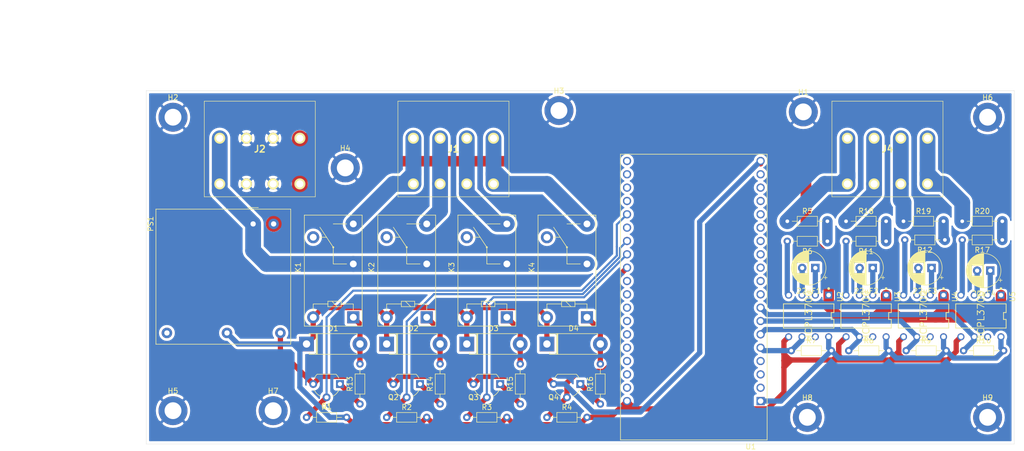
<source format=kicad_pcb>
(kicad_pcb (version 20171130) (host pcbnew "(5.1.6)-1")
  (layers (0 F.Cu signal) (31 B.Cu signal) (34 B.Paste user) (35 F.Paste user) (36 B.SilkS user) (37 F.SilkS user) (38 B.Mask user) (39 F.Mask user) (44 Edge.Cuts user))
  (net 0 "")
  (net 1 "Net-(D1-Pad2)")
  (net 2 "Net-(D2-Pad2)")
  (net 3 5VGND)
  (net 4 "Net-(D3-Pad2)")
  (net 5 "Net-(D4-Pad2)")
  (net 6 "220VAC(L)")
  (net 7 "220VAC(N)")
  (net 8 5V+)
  (net 9 "Net-(Q1-Pad1)")
  (net 10 "Net-(Q2-Pad1)")
  (net 11 "Net-(Q3-Pad1)")
  (net 12 "Net-(Q4-Pad1)")
  (net 13 "Net-(R5-Pad2)")
  (net 14 "Net-(R6-Pad2)")
  (net 15 3.3V+)
  (net 16 "Net-(Q1-Pad2)")
  (net 17 "Net-(Q2-Pad2)")
  (net 18 "Net-(Q3-Pad2)")
  (net 19 "Net-(Q4-Pad2)")
  (net 20 Earth)
  (net 21 Sens4)
  (net 22 Sens3)
  (net 23 Sens2)
  (net 24 Sens1)
  (net 25 REO4)
  (net 26 REO3)
  (net 27 REO2)
  (net 28 REO1)
  (net 29 "Net-(R17-Pad2)")
  (net 30 GPIO34)
  (net 31 GPIO35)
  (net 32 GPIO32)
  (net 33 GPIO33)
  (net 34 "Net-(22uF1-Pad2)")
  (net 35 "Net-(22uF1-Pad1)")
  (net 36 "Net-(22uF2-Pad2)")
  (net 37 "Net-(22uF2-Pad1)")
  (net 38 "Net-(22uF3-Pad2)")
  (net 39 "Net-(22uF3-Pad1)")
  (net 40 "Net-(22uF4-Pad2)")
  (net 41 "Net-(22uF4-Pad1)")
  (net 42 "Net-(K1-Pad4)")
  (net 43 "Net-(K2-Pad4)")
  (net 44 "Net-(K3-Pad4)")
  (net 45 "Net-(K4-Pad4)")
  (net 46 "Net-(PS1-Pad3)")
  (net 47 "Net-(R11-Pad2)")
  (net 48 "Net-(R11-Pad1)")
  (net 49 "Net-(R12-Pad2)")
  (net 50 "Net-(R12-Pad1)")
  (net 51 "Net-(R17-Pad1)")
  (net 52 "Net-(U1-Pad38)")
  (net 53 "Net-(U1-Pad37)")
  (net 54 "Net-(U1-Pad36)")
  (net 55 "Net-(U1-Pad35)")
  (net 56 "Net-(U1-Pad33)")
  (net 57 "Net-(U1-Pad29)")
  (net 58 "Net-(U1-Pad28)")
  (net 59 "Net-(U1-Pad27)")
  (net 60 "Net-(U1-Pad26)")
  (net 61 "Net-(U1-Pad25)")
  (net 62 "Net-(U1-Pad24)")
  (net 63 "Net-(U1-Pad23)")
  (net 64 "Net-(U1-Pad22)")
  (net 65 "Net-(U1-Pad21)")
  (net 66 "Net-(U1-Pad18)")
  (net 67 "Net-(U1-Pad17)")
  (net 68 "Net-(U1-Pad16)")
  (net 69 "Net-(U1-Pad15)")
  (net 70 "Net-(U1-Pad14)")
  (net 71 "Net-(U1-Pad13)")
  (net 72 "Net-(U1-Pad12)")
  (net 73 "Net-(U1-Pad11)")
  (net 74 "Net-(U1-Pad10)")
  (net 75 "Net-(U1-Pad9)")
  (net 76 "Net-(U1-Pad4)")
  (net 77 "Net-(U1-Pad3)")
  (net 78 "Net-(U1-Pad2)")
  (net 79 "Net-(U2-Pad7)")
  (net 80 "Net-(U3-Pad7)")
  (net 81 "Net-(U4-Pad7)")
  (net 82 "Net-(U5-Pad7)")
  (module Relay_THT:Relay_SPDT_Omron-G5Q-1 (layer F.Cu) (at 60.96 59.69 90)
    (fp_text reference K1 (at 9.5 -10.5 270) (layer F.SilkS))
    (fp_text value G5Q-1)
    (pad 5 thru_hole circle (at 0 -7.62 270) (size 2.3 2.3) (drill 1.3) (layers *.Cu *.Mask) (net 3 5VGND))
    (pad 4 thru_hole circle (at 15.24 -7.62 270) (size 2.3 2.3) (drill 1.3) (layers *.Cu *.Mask) (net 42 "Net-(K1-Pad4)"))
    (pad 3 thru_hole circle (at 17.78 0 270) (size 2.3 2.3) (drill 1.3) (layers *.Cu *.Mask) (net 28 REO1))
    (pad 2 thru_hole circle (at 10.16 0 270) (size 2.3 2.3) (drill 1.3) (layers *.Cu *.Mask) (net 6 "220VAC(L)"))
    (pad 1 thru_hole rect (at 0 0 270) (size 2.3 2.3) (drill 1.3) (layers *.Cu *.Mask) (net 1 "Net-(D1-Pad2)"))
  )
  (module MountingHole:MountingHole_3.2mm_M3_ISO14580_Pad (layer F.Cu) (at 181.61 78.74)
    (fp_text reference H9 (at 0 -3.75) (layer F.SilkS))
    (fp_text value MountingHole_Pad)
    (pad 1 thru_hole circle (at 0 0) (size 5.5 5.5) (drill 3.2) (layers *.Cu *.Mask) (net 20 Earth))
  )
  (module MountingHole:MountingHole_3.2mm_M3_ISO14580_Pad (layer F.Cu) (at 147.32 78.74)
    (fp_text reference H8 (at 0 -3.75) (layer F.SilkS))
    (fp_text value MountingHole_Pad)
    (pad 1 thru_hole circle (at 0 0) (size 5.5 5.5) (drill 3.2) (layers *.Cu *.Mask) (net 20 Earth))
  )
  (module Phoenix_Conn:1017505 (layer F.Cu) (at 170.18 34.29 180)
    (fp_text reference J4 (at 7.62 6.65) (layer F.SilkS) (effects (font (size 1.27 1.27) (thickness 0.254))))
    (fp_text value 1017505 hide)
    (pad 8 thru_hole circle (at 15.24 8.7 270) (size 2.1 2.1) (drill 1.4) (layers *.Cu *.Mask F.SilkS) (net 24 Sens1))
    (pad 7 thru_hole circle (at 15.24 0 270) (size 2.1 2.1) (drill 1.4) (layers *.Cu *.Mask F.SilkS) (net 24 Sens1))
    (pad 6 thru_hole circle (at 10.16 8.7 270) (size 2.1 2.1) (drill 1.4) (layers *.Cu *.Mask F.SilkS) (net 23 Sens2))
    (pad 5 thru_hole circle (at 10.16 0 270) (size 2.1 2.1) (drill 1.4) (layers *.Cu *.Mask F.SilkS) (net 23 Sens2))
    (pad 4 thru_hole circle (at 5.08 8.7 270) (size 2.1 2.1) (drill 1.4) (layers *.Cu *.Mask F.SilkS) (net 22 Sens3))
    (pad 3 thru_hole circle (at 5.08 0 270) (size 2.1 2.1) (drill 1.4) (layers *.Cu *.Mask F.SilkS) (net 22 Sens3))
    (pad 2 thru_hole circle (at 0 8.7 270) (size 2.1 2.1) (drill 1.4) (layers *.Cu *.Mask F.SilkS) (net 21 Sens4))
    (pad 1 thru_hole circle (at 0 0 270) (size 2.1 2.1) (drill 1.4) (layers *.Cu *.Mask F.SilkS) (net 21 Sens4))
  )
  (module Phoenix_Conn:1017505 (layer F.Cu) (at 50.8 34.29 180)
    (fp_text reference J2 (at 7.62 6.65) (layer F.SilkS) (effects (font (size 1.27 1.27) (thickness 0.254))))
    (fp_text value 1017505 hide)
    (pad 8 thru_hole circle (at 15.24 8.7 270) (size 2.1 2.1) (drill 1.4) (layers *.Cu *.Mask F.SilkS) (net 6 "220VAC(L)"))
    (pad 7 thru_hole circle (at 15.24 0 270) (size 2.1 2.1) (drill 1.4) (layers *.Cu *.Mask F.SilkS) (net 6 "220VAC(L)"))
    (pad 6 thru_hole circle (at 10.16 8.7 270) (size 2.1 2.1) (drill 1.4) (layers *.Cu *.Mask F.SilkS) (net 20 Earth))
    (pad 5 thru_hole circle (at 10.16 0 270) (size 2.1 2.1) (drill 1.4) (layers *.Cu *.Mask F.SilkS) (net 20 Earth))
    (pad 4 thru_hole circle (at 5.08 8.7 270) (size 2.1 2.1) (drill 1.4) (layers *.Cu *.Mask F.SilkS) (net 20 Earth))
    (pad 3 thru_hole circle (at 5.08 0 270) (size 2.1 2.1) (drill 1.4) (layers *.Cu *.Mask F.SilkS) (net 20 Earth))
    (pad 2 thru_hole circle (at 0 8.7 270) (size 2.1 2.1) (drill 1.4) (layers *.Cu *.Mask F.SilkS) (net 7 "220VAC(N)"))
    (pad 1 thru_hole circle (at 0 0 270) (size 2.1 2.1) (drill 1.4) (layers *.Cu *.Mask F.SilkS) (net 7 "220VAC(N)"))
  )
  (module Phoenix_Conn:1017505 (layer F.Cu) (at 87.63 34.29 180)
    (fp_text reference J1 (at 7.62 6.65) (layer F.SilkS) (effects (font (size 1.27 1.27) (thickness 0.254))))
    (fp_text value 1017505 hide)
    (pad 8 thru_hole circle (at 15.24 8.7 270) (size 2.1 2.1) (drill 1.4) (layers *.Cu *.Mask F.SilkS) (net 28 REO1))
    (pad 7 thru_hole circle (at 15.24 0 270) (size 2.1 2.1) (drill 1.4) (layers *.Cu *.Mask F.SilkS) (net 28 REO1))
    (pad 6 thru_hole circle (at 10.16 8.7 270) (size 2.1 2.1) (drill 1.4) (layers *.Cu *.Mask F.SilkS) (net 27 REO2))
    (pad 5 thru_hole circle (at 10.16 0 270) (size 2.1 2.1) (drill 1.4) (layers *.Cu *.Mask F.SilkS) (net 27 REO2))
    (pad 4 thru_hole circle (at 5.08 8.7 270) (size 2.1 2.1) (drill 1.4) (layers *.Cu *.Mask F.SilkS) (net 26 REO3))
    (pad 3 thru_hole circle (at 5.08 0 270) (size 2.1 2.1) (drill 1.4) (layers *.Cu *.Mask F.SilkS) (net 26 REO3))
    (pad 2 thru_hole circle (at 0 8.7 270) (size 2.1 2.1) (drill 1.4) (layers *.Cu *.Mask F.SilkS) (net 25 REO4))
    (pad 1 thru_hole circle (at 0 0 270) (size 2.1 2.1) (drill 1.4) (layers *.Cu *.Mask F.SilkS) (net 25 REO4))
  )
  (module esp32-footprint:MODULE_ESP32-DEVKITC-32D (layer F.Cu) (at 125.73 55.88 180)
    (fp_text reference U1 (at -10.829175 -28.446045) (layer F.SilkS) (effects (font (size 1.000386 1.000386))))
    (fp_text value ESP32-DEVKITC-32D)
    (pad 38 thru_hole circle (at 12.7 25.96 180) (size 1.56 1.56) (drill 1.04) (layers *.Cu *.Mask) (net 52 "Net-(U1-Pad38)"))
    (pad 37 thru_hole circle (at 12.7 23.42 180) (size 1.56 1.56) (drill 1.04) (layers *.Cu *.Mask) (net 53 "Net-(U1-Pad37)"))
    (pad 36 thru_hole circle (at 12.7 20.88 180) (size 1.56 1.56) (drill 1.04) (layers *.Cu *.Mask) (net 54 "Net-(U1-Pad36)"))
    (pad 35 thru_hole circle (at 12.7 18.34 180) (size 1.56 1.56) (drill 1.04) (layers *.Cu *.Mask) (net 55 "Net-(U1-Pad35)"))
    (pad 34 thru_hole circle (at 12.7 15.8 180) (size 1.56 1.56) (drill 1.04) (layers *.Cu *.Mask) (net 16 "Net-(Q1-Pad2)"))
    (pad 33 thru_hole circle (at 12.7 13.26 180) (size 1.56 1.56) (drill 1.04) (layers *.Cu *.Mask) (net 56 "Net-(U1-Pad33)"))
    (pad 32 thru_hole circle (at 12.7 10.72 180) (size 1.56 1.56) (drill 1.04) (layers *.Cu *.Mask) (net 17 "Net-(Q2-Pad2)"))
    (pad 31 thru_hole circle (at 12.7 8.18 180) (size 1.56 1.56) (drill 1.04) (layers *.Cu *.Mask) (net 18 "Net-(Q3-Pad2)"))
    (pad 30 thru_hole circle (at 12.7 5.64 180) (size 1.56 1.56) (drill 1.04) (layers *.Cu *.Mask) (net 19 "Net-(Q4-Pad2)"))
    (pad 29 thru_hole circle (at 12.7 3.1 180) (size 1.56 1.56) (drill 1.04) (layers *.Cu *.Mask) (net 57 "Net-(U1-Pad29)"))
    (pad 28 thru_hole circle (at 12.7 0.56 180) (size 1.56 1.56) (drill 1.04) (layers *.Cu *.Mask) (net 58 "Net-(U1-Pad28)"))
    (pad 27 thru_hole circle (at 12.7 -1.98 180) (size 1.56 1.56) (drill 1.04) (layers *.Cu *.Mask) (net 59 "Net-(U1-Pad27)"))
    (pad 26 thru_hole circle (at 12.7 -4.52 180) (size 1.56 1.56) (drill 1.04) (layers *.Cu *.Mask) (net 60 "Net-(U1-Pad26)"))
    (pad 25 thru_hole circle (at 12.7 -7.06 180) (size 1.56 1.56) (drill 1.04) (layers *.Cu *.Mask) (net 61 "Net-(U1-Pad25)"))
    (pad 24 thru_hole circle (at 12.7 -9.6 180) (size 1.56 1.56) (drill 1.04) (layers *.Cu *.Mask) (net 62 "Net-(U1-Pad24)"))
    (pad 23 thru_hole circle (at 12.7 -12.14 180) (size 1.56 1.56) (drill 1.04) (layers *.Cu *.Mask) (net 63 "Net-(U1-Pad23)"))
    (pad 22 thru_hole circle (at 12.7 -14.68 180) (size 1.56 1.56) (drill 1.04) (layers *.Cu *.Mask) (net 64 "Net-(U1-Pad22)"))
    (pad 21 thru_hole circle (at 12.7 -17.22 180) (size 1.56 1.56) (drill 1.04) (layers *.Cu *.Mask) (net 65 "Net-(U1-Pad21)"))
    (pad 20 thru_hole circle (at 12.7 -19.76 180) (size 1.56 1.56) (drill 1.04) (layers *.Cu *.Mask) (net 3 5VGND))
    (pad 18 thru_hole circle (at -12.7 23.42 180) (size 1.56 1.56) (drill 1.04) (layers *.Cu *.Mask) (net 66 "Net-(U1-Pad18)"))
    (pad 17 thru_hole circle (at -12.7 20.88 180) (size 1.56 1.56) (drill 1.04) (layers *.Cu *.Mask) (net 67 "Net-(U1-Pad17)"))
    (pad 16 thru_hole circle (at -12.7 18.34 180) (size 1.56 1.56) (drill 1.04) (layers *.Cu *.Mask) (net 68 "Net-(U1-Pad16)"))
    (pad 15 thru_hole circle (at -12.7 15.8 180) (size 1.56 1.56) (drill 1.04) (layers *.Cu *.Mask) (net 69 "Net-(U1-Pad15)"))
    (pad 14 thru_hole circle (at -12.7 13.26 180) (size 1.56 1.56) (drill 1.04) (layers *.Cu *.Mask) (net 70 "Net-(U1-Pad14)"))
    (pad 13 thru_hole circle (at -12.7 10.72 180) (size 1.56 1.56) (drill 1.04) (layers *.Cu *.Mask) (net 71 "Net-(U1-Pad13)"))
    (pad 12 thru_hole circle (at -12.7 8.18 180) (size 1.56 1.56) (drill 1.04) (layers *.Cu *.Mask) (net 72 "Net-(U1-Pad12)"))
    (pad 11 thru_hole circle (at -12.7 5.64 180) (size 1.56 1.56) (drill 1.04) (layers *.Cu *.Mask) (net 73 "Net-(U1-Pad11)"))
    (pad 10 thru_hole circle (at -12.7 3.1 180) (size 1.56 1.56) (drill 1.04) (layers *.Cu *.Mask) (net 74 "Net-(U1-Pad10)"))
    (pad 9 thru_hole circle (at -12.7 0.56 180) (size 1.56 1.56) (drill 1.04) (layers *.Cu *.Mask) (net 75 "Net-(U1-Pad9)"))
    (pad 8 thru_hole circle (at -12.7 -1.98 180) (size 1.56 1.56) (drill 1.04) (layers *.Cu *.Mask) (net 33 GPIO33))
    (pad 7 thru_hole circle (at -12.7 -4.52 180) (size 1.56 1.56) (drill 1.04) (layers *.Cu *.Mask) (net 32 GPIO32))
    (pad 6 thru_hole circle (at -12.7 -7.06 180) (size 1.56 1.56) (drill 1.04) (layers *.Cu *.Mask) (net 31 GPIO35))
    (pad 5 thru_hole circle (at -12.7 -9.6 180) (size 1.56 1.56) (drill 1.04) (layers *.Cu *.Mask) (net 30 GPIO34))
    (pad 4 thru_hole circle (at -12.7 -12.14 180) (size 1.56 1.56) (drill 1.04) (layers *.Cu *.Mask) (net 76 "Net-(U1-Pad4)"))
    (pad 3 thru_hole circle (at -12.7 -14.68 180) (size 1.56 1.56) (drill 1.04) (layers *.Cu *.Mask) (net 77 "Net-(U1-Pad3)"))
    (pad 19 thru_hole circle (at -12.7 25.96 180) (size 1.56 1.56) (drill 1.04) (layers *.Cu *.Mask) (net 8 5V+))
    (pad 2 thru_hole circle (at -12.7 -17.22 180) (size 1.56 1.56) (drill 1.04) (layers *.Cu *.Mask) (net 78 "Net-(U1-Pad2)"))
    (pad 1 thru_hole rect (at -12.7 -19.76 180) (size 1.56 1.56) (drill 1.04) (layers *.Cu *.Mask) (net 15 3.3V+))
  )
  (module HCPL:ON_Semi-CASE_62605_ISSUE_P-0-0-0 (layer F.Cu) (at 180.34 59.436 270)
    (fp_text reference U5 (at -4.77 -5.995 90) (layer F.SilkS) (effects (justify right)))
    (fp_text value HCPL3700 (at 0 0 90) (layer F.SilkS) (effects (font (size 1.27 1.27))))
    (pad 8 thru_hole circle (at 3.97 -3.81 270) (size 1.35 1.35) (drill 0.85) (layers *.Cu) (net 15 3.3V+))
    (pad 7 thru_hole circle (at 3.97 -1.27 270) (size 1.35 1.35) (drill 0.85) (layers *.Cu) (net 82 "Net-(U5-Pad7)"))
    (pad 6 thru_hole circle (at 3.97 1.27 270) (size 1.35 1.35) (drill 0.85) (layers *.Cu) (net 33 GPIO33))
    (pad 5 thru_hole circle (at 3.97 3.81 270) (size 1.35 1.35) (drill 0.85) (layers *.Cu) (net 3 5VGND))
    (pad 4 thru_hole circle (at -3.97 3.81 270) (size 1.35 1.35) (drill 0.85) (layers *.Cu) (net 29 "Net-(R17-Pad2)"))
    (pad 3 thru_hole circle (at -3.97 1.27 270) (size 1.35 1.35) (drill 0.85) (layers *.Cu) (net 40 "Net-(22uF4-Pad2)"))
    (pad 2 thru_hole circle (at -3.97 -1.27 270) (size 1.35 1.35) (drill 0.85) (layers *.Cu) (net 41 "Net-(22uF4-Pad1)"))
    (pad 1 thru_hole rect (at -3.97 -3.81 270) (size 1.35 1.35) (drill 0.85) (layers *.Cu) (net 7 "220VAC(N)"))
  )
  (module HCPL:ON_Semi-CASE_62605_ISSUE_P-0-0-0 (layer F.Cu) (at 169.418 59.436 270)
    (fp_text reference U4 (at -4.77 -5.995 90) (layer F.SilkS) (effects (justify right)))
    (fp_text value HCPL3700 (at 0 0 90) (layer F.SilkS) (effects (font (size 1.27 1.27))))
    (pad 8 thru_hole circle (at 3.97 -3.81 270) (size 1.35 1.35) (drill 0.85) (layers *.Cu) (net 15 3.3V+))
    (pad 7 thru_hole circle (at 3.97 -1.27 270) (size 1.35 1.35) (drill 0.85) (layers *.Cu) (net 81 "Net-(U4-Pad7)"))
    (pad 6 thru_hole circle (at 3.97 1.27 270) (size 1.35 1.35) (drill 0.85) (layers *.Cu) (net 32 GPIO32))
    (pad 5 thru_hole circle (at 3.97 3.81 270) (size 1.35 1.35) (drill 0.85) (layers *.Cu) (net 3 5VGND))
    (pad 4 thru_hole circle (at -3.97 3.81 270) (size 1.35 1.35) (drill 0.85) (layers *.Cu) (net 49 "Net-(R12-Pad2)"))
    (pad 3 thru_hole circle (at -3.97 1.27 270) (size 1.35 1.35) (drill 0.85) (layers *.Cu) (net 38 "Net-(22uF3-Pad2)"))
    (pad 2 thru_hole circle (at -3.97 -1.27 270) (size 1.35 1.35) (drill 0.85) (layers *.Cu) (net 39 "Net-(22uF3-Pad1)"))
    (pad 1 thru_hole rect (at -3.97 -3.81 270) (size 1.35 1.35) (drill 0.85) (layers *.Cu) (net 7 "220VAC(N)"))
  )
  (module HCPL:ON_Semi-CASE_62605_ISSUE_P-0-0-0 (layer F.Cu) (at 158.496 59.436 270)
    (fp_text reference U3 (at -4.77 -5.995 90) (layer F.SilkS) (effects (justify right)))
    (fp_text value HCPL3700 (at 0 0 90) (layer F.SilkS) (effects (font (size 1.27 1.27))))
    (pad 8 thru_hole circle (at 3.97 -3.81 270) (size 1.35 1.35) (drill 0.85) (layers *.Cu) (net 15 3.3V+))
    (pad 7 thru_hole circle (at 3.97 -1.27 270) (size 1.35 1.35) (drill 0.85) (layers *.Cu) (net 80 "Net-(U3-Pad7)"))
    (pad 6 thru_hole circle (at 3.97 1.27 270) (size 1.35 1.35) (drill 0.85) (layers *.Cu) (net 31 GPIO35))
    (pad 5 thru_hole circle (at 3.97 3.81 270) (size 1.35 1.35) (drill 0.85) (layers *.Cu) (net 3 5VGND))
    (pad 4 thru_hole circle (at -3.97 3.81 270) (size 1.35 1.35) (drill 0.85) (layers *.Cu) (net 47 "Net-(R11-Pad2)"))
    (pad 3 thru_hole circle (at -3.97 1.27 270) (size 1.35 1.35) (drill 0.85) (layers *.Cu) (net 36 "Net-(22uF2-Pad2)"))
    (pad 2 thru_hole circle (at -3.97 -1.27 270) (size 1.35 1.35) (drill 0.85) (layers *.Cu) (net 37 "Net-(22uF2-Pad1)"))
    (pad 1 thru_hole rect (at -3.97 -3.81 270) (size 1.35 1.35) (drill 0.85) (layers *.Cu) (net 7 "220VAC(N)"))
  )
  (module HCPL:ON_Semi-CASE_62605_ISSUE_P-0-0-0 (layer F.Cu) (at 147.574 59.436 270)
    (fp_text reference U2 (at -4.77 -5.995 90) (layer F.SilkS) (effects (justify right)))
    (fp_text value HCPL3700 (at 0 0 90) (layer F.SilkS) (effects (font (size 1.27 1.27))))
    (pad 8 thru_hole circle (at 3.97 -3.81 270) (size 1.35 1.35) (drill 0.85) (layers *.Cu) (net 15 3.3V+))
    (pad 7 thru_hole circle (at 3.97 -1.27 270) (size 1.35 1.35) (drill 0.85) (layers *.Cu) (net 79 "Net-(U2-Pad7)"))
    (pad 6 thru_hole circle (at 3.97 1.27 270) (size 1.35 1.35) (drill 0.85) (layers *.Cu) (net 30 GPIO34))
    (pad 5 thru_hole circle (at 3.97 3.81 270) (size 1.35 1.35) (drill 0.85) (layers *.Cu) (net 3 5VGND))
    (pad 4 thru_hole circle (at -3.97 3.81 270) (size 1.35 1.35) (drill 0.85) (layers *.Cu) (net 14 "Net-(R6-Pad2)"))
    (pad 3 thru_hole circle (at -3.97 1.27 270) (size 1.35 1.35) (drill 0.85) (layers *.Cu) (net 34 "Net-(22uF1-Pad2)"))
    (pad 2 thru_hole circle (at -3.97 -1.27 270) (size 1.35 1.35) (drill 0.85) (layers *.Cu) (net 35 "Net-(22uF1-Pad1)"))
    (pad 1 thru_hole rect (at -3.97 -3.81 270) (size 1.35 1.35) (drill 0.85) (layers *.Cu) (net 7 "220VAC(N)"))
  )
  (module Resistor_THT:R_Axial_DIN0204_L3.6mm_D1.6mm_P7.62mm_Horizontal (layer F.Cu) (at 176.784 41.402)
    (fp_text reference R20 (at 3.81 -1.92) (layer F.SilkS))
    (fp_text value 47k)
    (pad 2 thru_hole oval (at 7.62 0) (size 1.4 1.4) (drill 0.7) (layers *.Cu *.Mask) (net 51 "Net-(R17-Pad1)"))
    (pad 1 thru_hole circle (at 0 0) (size 1.4 1.4) (drill 0.7) (layers *.Cu *.Mask) (net 21 Sens4))
  )
  (module Resistor_THT:R_Axial_DIN0204_L3.6mm_D1.6mm_P7.62mm_Horizontal (layer F.Cu) (at 165.608 41.402)
    (fp_text reference R19 (at 3.81 -1.92) (layer F.SilkS))
    (fp_text value 47k)
    (pad 2 thru_hole oval (at 7.62 0) (size 1.4 1.4) (drill 0.7) (layers *.Cu *.Mask) (net 50 "Net-(R12-Pad1)"))
    (pad 1 thru_hole circle (at 0 0) (size 1.4 1.4) (drill 0.7) (layers *.Cu *.Mask) (net 22 Sens3))
  )
  (module Resistor_THT:R_Axial_DIN0204_L3.6mm_D1.6mm_P7.62mm_Horizontal (layer F.Cu) (at 154.686 41.402)
    (fp_text reference R18 (at 3.81 -1.92) (layer F.SilkS))
    (fp_text value 47k)
    (pad 2 thru_hole oval (at 7.62 0) (size 1.4 1.4) (drill 0.7) (layers *.Cu *.Mask) (net 48 "Net-(R11-Pad1)"))
    (pad 1 thru_hole circle (at 0 0) (size 1.4 1.4) (drill 0.7) (layers *.Cu *.Mask) (net 23 Sens2))
  )
  (module Resistor_THT:R_Axial_DIN0204_L3.6mm_D1.6mm_P7.62mm_Horizontal (layer F.Cu) (at 184.404 44.958 180)
    (fp_text reference R17 (at 3.81 -1.92) (layer F.SilkS))
    (fp_text value 47k)
    (pad 2 thru_hole oval (at 7.62 0 180) (size 1.4 1.4) (drill 0.7) (layers *.Cu *.Mask) (net 29 "Net-(R17-Pad2)"))
    (pad 1 thru_hole circle (at 0 0 180) (size 1.4 1.4) (drill 0.7) (layers *.Cu *.Mask) (net 51 "Net-(R17-Pad1)"))
  )
  (module Resistor_THT:R_Axial_DIN0204_L3.6mm_D1.6mm_P7.62mm_Horizontal (layer F.Cu) (at 173.482 44.958 180)
    (fp_text reference R12 (at 3.81 -1.92) (layer F.SilkS))
    (fp_text value 47k)
    (pad 2 thru_hole oval (at 7.62 0 180) (size 1.4 1.4) (drill 0.7) (layers *.Cu *.Mask) (net 49 "Net-(R12-Pad2)"))
    (pad 1 thru_hole circle (at 0 0 180) (size 1.4 1.4) (drill 0.7) (layers *.Cu *.Mask) (net 50 "Net-(R12-Pad1)"))
  )
  (module Resistor_THT:R_Axial_DIN0204_L3.6mm_D1.6mm_P7.62mm_Horizontal (layer F.Cu) (at 162.306 45.212 180)
    (fp_text reference R11 (at 3.81 -1.92) (layer F.SilkS))
    (fp_text value 47k)
    (pad 2 thru_hole oval (at 7.62 0 180) (size 1.4 1.4) (drill 0.7) (layers *.Cu *.Mask) (net 47 "Net-(R11-Pad2)"))
    (pad 1 thru_hole circle (at 0 0 180) (size 1.4 1.4) (drill 0.7) (layers *.Cu *.Mask) (net 48 "Net-(R11-Pad1)"))
  )
  (module Resistor_THT:R_Axial_DIN0204_L3.6mm_D1.6mm_P7.62mm_Horizontal (layer F.Cu) (at 177.038 66.04)
    (fp_text reference R10 (at 3.81 -1.92) (layer F.SilkS))
    (fp_text value 10K)
    (pad 2 thru_hole oval (at 7.62 0) (size 1.4 1.4) (drill 0.7) (layers *.Cu *.Mask) (net 15 3.3V+))
    (pad 1 thru_hole circle (at 0 0) (size 1.4 1.4) (drill 0.7) (layers *.Cu *.Mask) (net 33 GPIO33))
  )
  (module Resistor_THT:R_Axial_DIN0204_L3.6mm_D1.6mm_P7.62mm_Horizontal (layer F.Cu) (at 166.116 66.04)
    (fp_text reference R9 (at 3.81 -1.92) (layer F.SilkS))
    (fp_text value 10K)
    (pad 2 thru_hole oval (at 7.62 0) (size 1.4 1.4) (drill 0.7) (layers *.Cu *.Mask) (net 15 3.3V+))
    (pad 1 thru_hole circle (at 0 0) (size 1.4 1.4) (drill 0.7) (layers *.Cu *.Mask) (net 32 GPIO32))
  )
  (module Resistor_THT:R_Axial_DIN0204_L3.6mm_D1.6mm_P7.62mm_Horizontal (layer F.Cu) (at 155.194 66.04)
    (fp_text reference R8 (at 3.81 -1.92) (layer F.SilkS))
    (fp_text value 10K)
    (pad 2 thru_hole oval (at 7.62 0) (size 1.4 1.4) (drill 0.7) (layers *.Cu *.Mask) (net 15 3.3V+))
    (pad 1 thru_hole circle (at 0 0) (size 1.4 1.4) (drill 0.7) (layers *.Cu *.Mask) (net 31 GPIO35))
  )
  (module Resistor_THT:R_Axial_DIN0204_L3.6mm_D1.6mm_P7.62mm_Horizontal (layer F.Cu) (at 144.272 66.04)
    (fp_text reference R7 (at 3.81 -1.92) (layer F.SilkS))
    (fp_text value 10K)
    (pad 2 thru_hole oval (at 7.62 0) (size 1.4 1.4) (drill 0.7) (layers *.Cu *.Mask) (net 15 3.3V+))
    (pad 1 thru_hole circle (at 0 0) (size 1.4 1.4) (drill 0.7) (layers *.Cu *.Mask) (net 30 GPIO34))
  )
  (module Capacitor_THT:CP_Radial_D6.3mm_P2.50mm (layer F.Cu) (at 182.118 50.8 180)
    (fp_text reference 22uF4 (at 1.25 -4.4) (layer F.SilkS))
    (fp_text value CP_Small)
    (pad 2 thru_hole circle (at 2.5 0 180) (size 1.6 1.6) (drill 0.8) (layers *.Cu *.Mask) (net 40 "Net-(22uF4-Pad2)"))
    (pad 1 thru_hole rect (at 0 0 180) (size 1.6 1.6) (drill 0.8) (layers *.Cu *.Mask) (net 41 "Net-(22uF4-Pad1)"))
  )
  (module Capacitor_THT:CP_Radial_D6.3mm_P2.50mm (layer F.Cu) (at 170.942 50.292 180)
    (fp_text reference 22uF3 (at 1.25 -4.4) (layer F.SilkS))
    (fp_text value CP_Small)
    (pad 2 thru_hole circle (at 2.5 0 180) (size 1.6 1.6) (drill 0.8) (layers *.Cu *.Mask) (net 38 "Net-(22uF3-Pad2)"))
    (pad 1 thru_hole rect (at 0 0 180) (size 1.6 1.6) (drill 0.8) (layers *.Cu *.Mask) (net 39 "Net-(22uF3-Pad1)"))
  )
  (module Capacitor_THT:CP_Radial_D6.3mm_P2.50mm (layer F.Cu) (at 159.766 50.292 180)
    (fp_text reference 22uF2 (at 1.25 -4.4) (layer F.SilkS))
    (fp_text value CP_Small)
    (pad 2 thru_hole circle (at 2.5 0 180) (size 1.6 1.6) (drill 0.8) (layers *.Cu *.Mask) (net 36 "Net-(22uF2-Pad2)"))
    (pad 1 thru_hole rect (at 0 0 180) (size 1.6 1.6) (drill 0.8) (layers *.Cu *.Mask) (net 37 "Net-(22uF2-Pad1)"))
  )
  (module Capacitor_THT:CP_Radial_D6.3mm_P2.50mm (layer F.Cu) (at 148.844 50.292 180)
    (fp_text reference 22uF1 (at 1.25 -4.4) (layer F.SilkS))
    (fp_text value CP_Small)
    (pad 2 thru_hole circle (at 2.5 0 180) (size 1.6 1.6) (drill 0.8) (layers *.Cu *.Mask) (net 34 "Net-(22uF1-Pad2)"))
    (pad 1 thru_hole rect (at 0 0 180) (size 1.6 1.6) (drill 0.8) (layers *.Cu *.Mask) (net 35 "Net-(22uF1-Pad1)"))
  )
  (module MountingHole:MountingHole_3.2mm_M3_ISO14580_Pad (layer F.Cu) (at 146.558 20.574)
    (fp_text reference H1 (at 0 -3.75) (layer F.SilkS))
    (fp_text value MountingHole_Pad)
    (pad 1 thru_hole circle (at 0 0) (size 5.5 5.5) (drill 3.2) (layers *.Cu *.Mask) (net 20 Earth))
  )
  (module Converter_ACDC:Converter_ACDC_RECOM_RAC05-xxSK_THT (layer F.Cu) (at 41.91 41.91 90)
    (fp_text reference PS1 (at 0 -19.5 270) (layer F.SilkS))
    (fp_text value RAC05-05SK)
    (pad 5 thru_hole circle (at -20.76 5.19) (size 2 2) (drill 1) (layers *.Cu *.Mask) (net 8 5V+))
    (pad 3 thru_hole circle (at -20.76 -16.4 270) (size 2 2) (drill 1) (layers *.Cu *.Mask) (net 46 "Net-(PS1-Pad3)"))
    (pad 4 thru_hole circle (at -20.76 -4.97) (size 2 2) (drill 1) (layers *.Cu *.Mask) (net 3 5VGND))
    (pad 2 thru_hole circle (at 0 3.9) (size 2 2) (drill 1) (layers *.Cu *.Mask) (net 7 "220VAC(N)"))
    (pad 1 thru_hole rect (at 0 0) (size 2 2) (drill 1) (layers *.Cu *.Mask) (net 6 "220VAC(L)"))
  )
  (module Resistor_THT:R_Axial_DIN0204_L3.6mm_D1.6mm_P7.62mm_Horizontal (layer F.Cu) (at 151.13 45.212 180)
    (fp_text reference R6 (at 3.81 -1.92) (layer F.SilkS))
    (fp_text value 47k)
    (pad 2 thru_hole oval (at 7.62 0 180) (size 1.4 1.4) (drill 0.7) (layers *.Cu *.Mask) (net 14 "Net-(R6-Pad2)"))
    (pad 1 thru_hole circle (at 0 0 180) (size 1.4 1.4) (drill 0.7) (layers *.Cu *.Mask) (net 13 "Net-(R5-Pad2)"))
  )
  (module MountingHole:MountingHole_3.2mm_M3_ISO14580_Pad (layer F.Cu) (at 45.72 77.47)
    (fp_text reference H7 (at 0 -3.75) (layer F.SilkS))
    (fp_text value MountingHole_Pad)
    (pad 1 thru_hole circle (at 0 0) (size 5.5 5.5) (drill 3.2) (layers *.Cu *.Mask) (net 20 Earth))
  )
  (module MountingHole:MountingHole_3.2mm_M3_ISO14580_Pad (layer F.Cu) (at 181.61 21.59)
    (fp_text reference H6 (at 0 -3.75) (layer F.SilkS))
    (fp_text value MountingHole_Pad)
    (pad 1 thru_hole circle (at 0 0) (size 5.5 5.5) (drill 3.2) (layers *.Cu *.Mask) (net 20 Earth))
  )
  (module MountingHole:MountingHole_3.2mm_M3_ISO14580_Pad (layer F.Cu) (at 26.67 77.47)
    (fp_text reference H5 (at 0 -3.75) (layer F.SilkS))
    (fp_text value MountingHole_Pad)
    (pad 1 thru_hole circle (at 0 0) (size 5.5 5.5) (drill 3.2) (layers *.Cu *.Mask) (net 20 Earth))
  )
  (module MountingHole:MountingHole_3.2mm_M3_ISO14580_Pad (layer F.Cu) (at 59.436 31.242)
    (fp_text reference H4 (at 0 -3.75) (layer F.SilkS))
    (fp_text value MountingHole_Pad)
    (pad 1 thru_hole circle (at 0 0) (size 5.5 5.5) (drill 3.2) (layers *.Cu *.Mask) (net 20 Earth))
  )
  (module MountingHole:MountingHole_3.2mm_M3_ISO14580_Pad (layer F.Cu) (at 100.076 20.32)
    (fp_text reference H3 (at 0 -3.75) (layer F.SilkS))
    (fp_text value MountingHole_Pad)
    (pad 1 thru_hole circle (at 0 0) (size 5.5 5.5) (drill 3.2) (layers *.Cu *.Mask) (net 20 Earth))
  )
  (module MountingHole:MountingHole_3.2mm_M3_ISO14580_Pad (layer F.Cu) (at 26.67 21.59)
    (fp_text reference H2 (at 0 -3.75) (layer F.SilkS))
    (fp_text value MountingHole_Pad)
    (pad 1 thru_hole circle (at 0 0) (size 5.5 5.5) (drill 3.2) (layers *.Cu *.Mask) (net 20 Earth))
  )
  (module Package_TO_SOT_THT:TO-92_Wide (layer F.Cu) (at 58.42 72.39 180)
    (fp_text reference Q1 (at 2.55 -4.19) (layer F.SilkS))
    (fp_text value 2N2219)
    (pad 1 thru_hole rect (at 0 0 270) (size 1.5 1.5) (drill 0.8) (layers *.Cu *.Mask) (net 9 "Net-(Q1-Pad1)"))
    (pad 3 thru_hole circle (at 5.08 0 270) (size 1.5 1.5) (drill 0.8) (layers *.Cu *.Mask) (net 8 5V+))
    (pad 2 thru_hole circle (at 2.54 -2.54 270) (size 1.5 1.5) (drill 0.8) (layers *.Cu *.Mask) (net 16 "Net-(Q1-Pad2)"))
  )
  (module Package_TO_SOT_THT:TO-92_Wide (layer F.Cu) (at 73.66 72.39 180)
    (fp_text reference Q2 (at 5.08 -2.54) (layer F.SilkS))
    (fp_text value 2N2219)
    (pad 1 thru_hole rect (at 0 0 270) (size 1.5 1.5) (drill 0.8) (layers *.Cu *.Mask) (net 10 "Net-(Q2-Pad1)"))
    (pad 3 thru_hole circle (at 5.08 0 270) (size 1.5 1.5) (drill 0.8) (layers *.Cu *.Mask) (net 8 5V+))
    (pad 2 thru_hole circle (at 2.54 -2.54 270) (size 1.5 1.5) (drill 0.8) (layers *.Cu *.Mask) (net 17 "Net-(Q2-Pad2)"))
  )
  (module Package_TO_SOT_THT:TO-92_Wide (layer F.Cu) (at 104.14 72.39 180)
    (fp_text reference Q4 (at 5.08 -2.54) (layer F.SilkS))
    (fp_text value 2N2219)
    (pad 1 thru_hole rect (at 0 0 270) (size 1.5 1.5) (drill 0.8) (layers *.Cu *.Mask) (net 12 "Net-(Q4-Pad1)"))
    (pad 3 thru_hole circle (at 5.08 0 270) (size 1.5 1.5) (drill 0.8) (layers *.Cu *.Mask) (net 8 5V+))
    (pad 2 thru_hole circle (at 2.54 -2.54 270) (size 1.5 1.5) (drill 0.8) (layers *.Cu *.Mask) (net 19 "Net-(Q4-Pad2)"))
  )
  (module Package_TO_SOT_THT:TO-92_Wide (layer F.Cu) (at 88.9 72.39 180)
    (fp_text reference Q3 (at 5.08 -2.54) (layer F.SilkS))
    (fp_text value 2N2219)
    (pad 1 thru_hole rect (at 0 0 270) (size 1.5 1.5) (drill 0.8) (layers *.Cu *.Mask) (net 11 "Net-(Q3-Pad1)"))
    (pad 3 thru_hole circle (at 5.08 0 270) (size 1.5 1.5) (drill 0.8) (layers *.Cu *.Mask) (net 8 5V+))
    (pad 2 thru_hole circle (at 2.54 -2.54 270) (size 1.5 1.5) (drill 0.8) (layers *.Cu *.Mask) (net 18 "Net-(Q3-Pad2)"))
  )
  (module Resistor_THT:R_Axial_DIN0204_L3.6mm_D1.6mm_P7.62mm_Horizontal (layer F.Cu) (at 143.51 41.402)
    (fp_text reference R5 (at 3.81 -1.92) (layer F.SilkS))
    (fp_text value 47k)
    (pad 2 thru_hole oval (at 7.62 0) (size 1.4 1.4) (drill 0.7) (layers *.Cu *.Mask) (net 13 "Net-(R5-Pad2)"))
    (pad 1 thru_hole circle (at 0 0) (size 1.4 1.4) (drill 0.7) (layers *.Cu *.Mask) (net 24 Sens1))
  )
  (module Relay_THT:Relay_SPDT_Omron-G5Q-1 (layer F.Cu) (at 74.93 59.69 90)
    (fp_text reference K2 (at 9.5 -10.5 270) (layer F.SilkS))
    (fp_text value G5Q-1)
    (pad 5 thru_hole circle (at 0 -7.62 270) (size 2.3 2.3) (drill 1.3) (layers *.Cu *.Mask) (net 3 5VGND))
    (pad 4 thru_hole circle (at 15.24 -7.62 270) (size 2.3 2.3) (drill 1.3) (layers *.Cu *.Mask) (net 43 "Net-(K2-Pad4)"))
    (pad 3 thru_hole circle (at 17.78 0 270) (size 2.3 2.3) (drill 1.3) (layers *.Cu *.Mask) (net 27 REO2))
    (pad 2 thru_hole circle (at 10.16 0 270) (size 2.3 2.3) (drill 1.3) (layers *.Cu *.Mask) (net 6 "220VAC(L)"))
    (pad 1 thru_hole rect (at 0 0 270) (size 2.3 2.3) (drill 1.3) (layers *.Cu *.Mask) (net 2 "Net-(D2-Pad2)"))
  )
  (module Resistor_THT:R_Axial_DIN0204_L3.6mm_D1.6mm_P7.62mm_Horizontal (layer F.Cu) (at 107.95 76.2 90)
    (fp_text reference R16 (at 3.81 -1.92 90) (layer F.SilkS))
    (fp_text value 220)
    (pad 2 thru_hole oval (at 7.62 0 90) (size 1.4 1.4) (drill 0.7) (layers *.Cu *.Mask) (net 5 "Net-(D4-Pad2)"))
    (pad 1 thru_hole circle (at 0 0 90) (size 1.4 1.4) (drill 0.7) (layers *.Cu *.Mask) (net 12 "Net-(Q4-Pad1)"))
  )
  (module Resistor_THT:R_Axial_DIN0204_L3.6mm_D1.6mm_P7.62mm_Horizontal (layer F.Cu) (at 92.71 76.2 90)
    (fp_text reference R15 (at 3.81 -1.92 90) (layer F.SilkS))
    (fp_text value 220)
    (pad 2 thru_hole oval (at 7.62 0 90) (size 1.4 1.4) (drill 0.7) (layers *.Cu *.Mask) (net 4 "Net-(D3-Pad2)"))
    (pad 1 thru_hole circle (at 0 0 90) (size 1.4 1.4) (drill 0.7) (layers *.Cu *.Mask) (net 11 "Net-(Q3-Pad1)"))
  )
  (module Resistor_THT:R_Axial_DIN0204_L3.6mm_D1.6mm_P7.62mm_Horizontal (layer F.Cu) (at 77.47 76.2 90)
    (fp_text reference R14 (at 3.81 -1.92 90) (layer F.SilkS))
    (fp_text value 220)
    (pad 2 thru_hole oval (at 7.62 0 90) (size 1.4 1.4) (drill 0.7) (layers *.Cu *.Mask) (net 2 "Net-(D2-Pad2)"))
    (pad 1 thru_hole circle (at 0 0 90) (size 1.4 1.4) (drill 0.7) (layers *.Cu *.Mask) (net 10 "Net-(Q2-Pad1)"))
  )
  (module Resistor_THT:R_Axial_DIN0204_L3.6mm_D1.6mm_P7.62mm_Horizontal (layer F.Cu) (at 62.23 76.2 90)
    (fp_text reference R13 (at 3.81 -1.92 90) (layer F.SilkS))
    (fp_text value 220)
    (pad 2 thru_hole oval (at 7.62 0 90) (size 1.4 1.4) (drill 0.7) (layers *.Cu *.Mask) (net 1 "Net-(D1-Pad2)"))
    (pad 1 thru_hole circle (at 0 0 90) (size 1.4 1.4) (drill 0.7) (layers *.Cu *.Mask) (net 9 "Net-(Q1-Pad1)"))
  )
  (module Resistor_THT:R_Axial_DIN0204_L3.6mm_D1.6mm_P7.62mm_Horizontal (layer F.Cu) (at 97.79 78.74)
    (fp_text reference R4 (at 3.81 -1.92) (layer F.SilkS))
    (fp_text value 10K)
    (pad 2 thru_hole oval (at 7.62 0) (size 1.4 1.4) (drill 0.7) (layers *.Cu *.Mask) (net 3 5VGND))
    (pad 1 thru_hole circle (at 0 0) (size 1.4 1.4) (drill 0.7) (layers *.Cu *.Mask) (net 19 "Net-(Q4-Pad2)"))
  )
  (module Resistor_THT:R_Axial_DIN0204_L3.6mm_D1.6mm_P7.62mm_Horizontal (layer F.Cu) (at 82.55 78.74)
    (fp_text reference R3 (at 3.81 -1.92) (layer F.SilkS))
    (fp_text value 10K)
    (pad 2 thru_hole oval (at 7.62 0) (size 1.4 1.4) (drill 0.7) (layers *.Cu *.Mask) (net 3 5VGND))
    (pad 1 thru_hole circle (at 0 0) (size 1.4 1.4) (drill 0.7) (layers *.Cu *.Mask) (net 18 "Net-(Q3-Pad2)"))
  )
  (module Resistor_THT:R_Axial_DIN0204_L3.6mm_D1.6mm_P7.62mm_Horizontal (layer F.Cu) (at 67.31 78.74)
    (fp_text reference R2 (at 3.81 -1.92) (layer F.SilkS))
    (fp_text value 10K)
    (pad 2 thru_hole oval (at 7.62 0) (size 1.4 1.4) (drill 0.7) (layers *.Cu *.Mask) (net 3 5VGND))
    (pad 1 thru_hole circle (at 0 0) (size 1.4 1.4) (drill 0.7) (layers *.Cu *.Mask) (net 17 "Net-(Q2-Pad2)"))
  )
  (module Resistor_THT:R_Axial_DIN0204_L3.6mm_D1.6mm_P7.62mm_Horizontal (layer F.Cu) (at 52.07 78.74)
    (fp_text reference R1 (at 3.81 -1.92) (layer F.SilkS))
    (fp_text value 10K)
    (pad 2 thru_hole oval (at 7.62 0) (size 1.4 1.4) (drill 0.7) (layers *.Cu *.Mask) (net 3 5VGND))
    (pad 1 thru_hole circle (at 0 0) (size 1.4 1.4) (drill 0.7) (layers *.Cu *.Mask) (net 16 "Net-(Q1-Pad2)"))
  )
  (module Relay_THT:Relay_SPDT_Omron-G5Q-1 (layer F.Cu) (at 105.41 59.69 90)
    (fp_text reference K4 (at 9.5 -10.5 270) (layer F.SilkS))
    (fp_text value G5Q-1)
    (pad 5 thru_hole circle (at 0 -7.62 270) (size 2.3 2.3) (drill 1.3) (layers *.Cu *.Mask) (net 3 5VGND))
    (pad 4 thru_hole circle (at 15.24 -7.62 270) (size 2.3 2.3) (drill 1.3) (layers *.Cu *.Mask) (net 45 "Net-(K4-Pad4)"))
    (pad 3 thru_hole circle (at 17.78 0 270) (size 2.3 2.3) (drill 1.3) (layers *.Cu *.Mask) (net 25 REO4))
    (pad 2 thru_hole circle (at 10.16 0 270) (size 2.3 2.3) (drill 1.3) (layers *.Cu *.Mask) (net 6 "220VAC(L)"))
    (pad 1 thru_hole rect (at 0 0 270) (size 2.3 2.3) (drill 1.3) (layers *.Cu *.Mask) (net 5 "Net-(D4-Pad2)"))
  )
  (module Relay_THT:Relay_SPDT_Omron-G5Q-1 (layer F.Cu) (at 90.17 59.69 90)
    (fp_text reference K3 (at 9.5 -10.5 270) (layer F.SilkS))
    (fp_text value G5Q-1)
    (pad 5 thru_hole circle (at 0 -7.62 270) (size 2.3 2.3) (drill 1.3) (layers *.Cu *.Mask) (net 3 5VGND))
    (pad 4 thru_hole circle (at 15.24 -7.62 270) (size 2.3 2.3) (drill 1.3) (layers *.Cu *.Mask) (net 44 "Net-(K3-Pad4)"))
    (pad 3 thru_hole circle (at 17.78 0 270) (size 2.3 2.3) (drill 1.3) (layers *.Cu *.Mask) (net 26 REO3))
    (pad 2 thru_hole circle (at 10.16 0 270) (size 2.3 2.3) (drill 1.3) (layers *.Cu *.Mask) (net 6 "220VAC(L)"))
    (pad 1 thru_hole rect (at 0 0 270) (size 2.3 2.3) (drill 1.3) (layers *.Cu *.Mask) (net 4 "Net-(D3-Pad2)"))
  )
  (module Diode_THT:D_5W_P10.16mm_Horizontal (layer F.Cu) (at 97.79 64.77)
    (fp_text reference D4 (at 5.08 -2.97) (layer F.SilkS))
    (fp_text value DIODE)
    (pad 2 thru_hole oval (at 10.16 0) (size 2.8 2.8) (drill 1.4) (layers *.Cu *.Mask) (net 5 "Net-(D4-Pad2)"))
    (pad 1 thru_hole rect (at 0 0) (size 2.8 2.8) (drill 1.4) (layers *.Cu *.Mask) (net 3 5VGND))
  )
  (module Diode_THT:D_5W_P10.16mm_Horizontal (layer F.Cu) (at 82.55 64.77)
    (fp_text reference D3 (at 5.08 -2.97) (layer F.SilkS))
    (fp_text value DIODE)
    (pad 2 thru_hole oval (at 10.16 0) (size 2.8 2.8) (drill 1.4) (layers *.Cu *.Mask) (net 4 "Net-(D3-Pad2)"))
    (pad 1 thru_hole rect (at 0 0) (size 2.8 2.8) (drill 1.4) (layers *.Cu *.Mask) (net 3 5VGND))
  )
  (module Diode_THT:D_5W_P10.16mm_Horizontal (layer F.Cu) (at 67.31 64.77)
    (fp_text reference D2 (at 5.08 -2.97) (layer F.SilkS))
    (fp_text value DIODE)
    (pad 2 thru_hole oval (at 10.16 0) (size 2.8 2.8) (drill 1.4) (layers *.Cu *.Mask) (net 2 "Net-(D2-Pad2)"))
    (pad 1 thru_hole rect (at 0 0) (size 2.8 2.8) (drill 1.4) (layers *.Cu *.Mask) (net 3 5VGND))
  )
  (module Diode_THT:D_5W_P10.16mm_Horizontal (layer F.Cu) (at 52.07 64.77)
    (fp_text reference D1 (at 5.08 -2.97) (layer F.SilkS))
    (fp_text value DIODE)
    (pad 2 thru_hole oval (at 10.16 0) (size 2.8 2.8) (drill 1.4) (layers *.Cu *.Mask) (net 1 "Net-(D1-Pad2)"))
    (pad 1 thru_hole rect (at 0 0) (size 2.8 2.8) (drill 1.4) (layers *.Cu *.Mask) (net 3 5VGND))
  )
  (gr_line (start 21.59 83.82) (end 186.69 83.82) (layer Edge.Cuts) (width 0.05))
  (gr_line (start 186.69 16.51) (end 21.59 16.51) (layer Edge.Cuts) (width 0.05))
  (gr_line (start 186.69 83.82) (end 186.69 16.51) (layer Edge.Cuts) (width 0.05))
  (gr_line (start 21.59 16.51) (end 21.59 83.82) (layer Edge.Cuts) (width 0.05))
  (segment (start 62.23 68.58) (end 62.23 64.77) (width 1) (layer F.Cu) (net 1))
  (segment (start 60.96 59.69) (end 62.23 60.96) (width 1) (layer F.Cu) (net 1))
  (segment (start 62.23 60.96) (end 62.23 64.77) (width 1) (layer F.Cu) (net 1))
  (segment (start 74.93 59.69) (end 77.47 62.23) (width 1) (layer F.Cu) (net 2))
  (segment (start 77.47 62.23) (end 77.47 64.77) (width 1) (layer F.Cu) (net 2))
  (segment (start 77.47 64.77) (end 77.47 68.58) (width 1) (layer F.Cu) (net 2))
  (segment (start 36.94 62.67) (end 39.04 64.77) (width 1) (layer B.Cu) (net 3))
  (segment (start 73.529999 80.140001) (end 74.93 78.74) (width 1) (layer F.Cu) (net 3))
  (segment (start 61.090001 80.140001) (end 73.529999 80.140001) (width 1) (layer F.Cu) (net 3))
  (segment (start 59.69 78.74) (end 61.090001 80.140001) (width 1) (layer F.Cu) (net 3))
  (segment (start 88.769999 80.140001) (end 90.17 78.74) (width 1) (layer F.Cu) (net 3))
  (segment (start 76.330001 80.140001) (end 88.769999 80.140001) (width 1) (layer F.Cu) (net 3))
  (segment (start 74.93 78.74) (end 76.330001 80.140001) (width 1) (layer F.Cu) (net 3))
  (segment (start 104.009999 80.140001) (end 105.41 78.74) (width 1) (layer F.Cu) (net 3))
  (segment (start 91.570001 80.140001) (end 104.009999 80.140001) (width 1) (layer F.Cu) (net 3))
  (segment (start 90.17 78.74) (end 91.570001 80.140001) (width 1) (layer F.Cu) (net 3))
  (segment (start 105.41 78.74) (end 109.93 78.74) (width 1) (layer F.Cu) (net 3))
  (segment (start 142.871999 64.298001) (end 143.764 63.406) (width 1) (layer F.Cu) (net 3))
  (segment (start 139.770001 77.120001) (end 142.871999 74.018003) (width 1) (layer F.Cu) (net 3))
  (segment (start 113.03 75.64) (end 114.510001 77.120001) (width 1) (layer F.Cu) (net 3))
  (segment (start 153.292001 66.712001) (end 152.186002 67.818) (width 1) (layer F.Cu) (net 3))
  (segment (start 153.292001 64.799999) (end 153.292001 66.712001) (width 1) (layer F.Cu) (net 3))
  (segment (start 154.686 63.406) (end 153.292001 64.799999) (width 1) (layer F.Cu) (net 3))
  (segment (start 152.186002 67.818) (end 144.272 67.818) (width 1) (layer F.Cu) (net 3))
  (segment (start 142.871999 74.018003) (end 142.871999 69.218001) (width 1) (layer F.Cu) (net 3))
  (segment (start 164.715999 64.298001) (end 165.608 63.406) (width 1) (layer F.Cu) (net 3))
  (segment (start 164.715999 66.210003) (end 164.715999 64.298001) (width 1) (layer F.Cu) (net 3))
  (segment (start 175.637999 64.298001) (end 176.53 63.406) (width 1) (layer F.Cu) (net 3))
  (segment (start 175.637999 66.210003) (end 175.637999 64.298001) (width 1) (layer F.Cu) (net 3))
  (segment (start 174.030002 67.818) (end 175.637999 66.210003) (width 1) (layer F.Cu) (net 3))
  (segment (start 53.34 63.5) (end 52.07 64.77) (width 1) (layer F.Cu) (net 3))
  (segment (start 53.34 59.69) (end 53.34 63.5) (width 1) (layer F.Cu) (net 3))
  (segment (start 65.459999 57.839999) (end 67.31 59.69) (width 1) (layer F.Cu) (net 3))
  (segment (start 55.190001 57.839999) (end 65.459999 57.839999) (width 1) (layer F.Cu) (net 3))
  (segment (start 53.34 59.69) (end 55.190001 57.839999) (width 1) (layer F.Cu) (net 3))
  (segment (start 67.31 59.69) (end 67.31 64.77) (width 1) (layer F.Cu) (net 3))
  (segment (start 80.699999 57.839999) (end 82.55 59.69) (width 1) (layer F.Cu) (net 3))
  (segment (start 69.160001 57.839999) (end 80.699999 57.839999) (width 1) (layer F.Cu) (net 3))
  (segment (start 67.31 59.69) (end 69.160001 57.839999) (width 1) (layer F.Cu) (net 3))
  (segment (start 82.55 59.69) (end 82.55 64.77) (width 1) (layer F.Cu) (net 3))
  (segment (start 95.939999 57.839999) (end 97.79 59.69) (width 1) (layer F.Cu) (net 3))
  (segment (start 84.400001 57.839999) (end 95.939999 57.839999) (width 1) (layer F.Cu) (net 3))
  (segment (start 82.55 59.69) (end 84.400001 57.839999) (width 1) (layer F.Cu) (net 3))
  (segment (start 97.79 64.77) (end 97.79 59.69) (width 1) (layer F.Cu) (net 3))
  (segment (start 50.8 66.04) (end 52.07 64.77) (width 1) (layer B.Cu) (net 3))
  (segment (start 50.8 73.025) (end 50.8 66.04) (width 1) (layer B.Cu) (net 3))
  (segment (start 56.515 78.74) (end 50.8 73.025) (width 1) (layer B.Cu) (net 3))
  (segment (start 59.69 78.74) (end 56.515 78.74) (width 1) (layer B.Cu) (net 3))
  (segment (start 49.53 64.77) (end 50.8 66.04) (width 1) (layer B.Cu) (net 3))
  (segment (start 49.53 64.77) (end 52.07 64.77) (width 1) (layer B.Cu) (net 3))
  (segment (start 39.04 64.77) (end 49.53 64.77) (width 1) (layer B.Cu) (net 3))
  (segment (start 114.2625 76.8725) (end 114.510001 77.120001) (width 1) (layer F.Cu) (net 3))
  (segment (start 111.7975 76.8725) (end 113.03 75.64) (width 1) (layer F.Cu) (net 3))
  (segment (start 114.2625 76.8725) (end 111.7975 76.8725) (width 1) (layer F.Cu) (net 3))
  (segment (start 111.1625 77.5075) (end 111.7975 76.8725) (width 1) (layer F.Cu) (net 3))
  (segment (start 109.93 78.74) (end 111.1625 77.5075) (width 1) (layer F.Cu) (net 3))
  (segment (start 115.220001 77.120001) (end 111.549999 77.120001) (width 1) (layer F.Cu) (net 3))
  (segment (start 111.549999 77.120001) (end 111.1625 77.5075) (width 1) (layer F.Cu) (net 3))
  (segment (start 115.220001 77.120001) (end 139.770001 77.120001) (width 1) (layer F.Cu) (net 3))
  (segment (start 114.510001 77.120001) (end 115.220001 77.120001) (width 1) (layer F.Cu) (net 3))
  (segment (start 144.011998 67.818) (end 142.871999 66.678001) (width 1) (layer F.Cu) (net 3))
  (segment (start 144.272 67.818) (end 144.011998 67.818) (width 1) (layer F.Cu) (net 3))
  (segment (start 142.871999 66.678001) (end 142.871999 64.298001) (width 1) (layer F.Cu) (net 3))
  (segment (start 153.292001 64.799999) (end 153.292001 66.932001) (width 1) (layer F.Cu) (net 3))
  (segment (start 153.292001 66.932001) (end 154.178 67.818) (width 1) (layer F.Cu) (net 3))
  (segment (start 152.186002 67.818) (end 154.178 67.818) (width 1) (layer F.Cu) (net 3))
  (segment (start 154.178 67.818) (end 163.108002 67.818) (width 1) (layer F.Cu) (net 3))
  (segment (start 165.608 67.818) (end 164.358001 66.568001) (width 1) (layer F.Cu) (net 3))
  (segment (start 163.108002 67.818) (end 164.358001 66.568001) (width 1) (layer F.Cu) (net 3))
  (segment (start 164.358001 66.568001) (end 164.715999 66.210003) (width 1) (layer F.Cu) (net 3))
  (segment (start 163.108002 67.818) (end 165.608 67.818) (width 1) (layer F.Cu) (net 3))
  (segment (start 165.821998 67.818) (end 165.862 67.818) (width 1) (layer F.Cu) (net 3))
  (segment (start 164.715999 66.712001) (end 165.821998 67.818) (width 1) (layer F.Cu) (net 3))
  (segment (start 164.715999 66.210003) (end 164.715999 66.712001) (width 1) (layer F.Cu) (net 3))
  (segment (start 165.608 67.818) (end 165.862 67.818) (width 1) (layer F.Cu) (net 3))
  (segment (start 165.862 67.818) (end 174.030002 67.818) (width 1) (layer F.Cu) (net 3))
  (segment (start 142.871999 67.941999) (end 144.141999 67.941999) (width 1) (layer F.Cu) (net 3))
  (segment (start 144.141999 67.941999) (end 144.145 67.945) (width 1) (layer F.Cu) (net 3))
  (segment (start 144.145 67.945) (end 142.871999 69.218001) (width 1) (layer F.Cu) (net 3))
  (segment (start 142.871999 69.218001) (end 142.871999 67.941999) (width 1) (layer F.Cu) (net 3))
  (segment (start 144.272 67.818) (end 144.145 67.945) (width 1) (layer F.Cu) (net 3))
  (segment (start 142.871999 67.941999) (end 142.871999 66.678001) (width 1) (layer F.Cu) (net 3))
  (segment (start 90.17 59.69) (end 92.71 62.23) (width 1) (layer F.Cu) (net 4))
  (segment (start 92.71 62.23) (end 92.71 64.77) (width 1) (layer F.Cu) (net 4))
  (segment (start 92.71 64.77) (end 92.71 68.58) (width 1) (layer F.Cu) (net 4))
  (segment (start 107.95 62.23) (end 105.41 59.69) (width 1) (layer F.Cu) (net 5))
  (segment (start 107.95 62.23) (end 107.95 64.77) (width 1) (layer F.Cu) (net 5))
  (segment (start 107.95 64.77) (end 107.95 68.58) (width 1) (layer F.Cu) (net 5))
  (segment (start 60.96 49.53) (end 105.41 49.53) (width 3) (layer B.Cu) (net 6))
  (segment (start 35.56 25.59) (end 35.56 34.29) (width 3) (layer B.Cu) (net 6))
  (segment (start 35.56 35.56) (end 41.91 41.91) (width 3) (layer B.Cu) (net 6))
  (segment (start 35.56 34.29) (end 35.56 35.56) (width 3) (layer B.Cu) (net 6))
  (segment (start 60.96 49.53) (end 44.45 49.53) (width 3) (layer B.Cu) (net 6))
  (segment (start 41.91 46.99) (end 41.91 41.91) (width 3) (layer B.Cu) (net 6))
  (segment (start 44.45 49.53) (end 41.91 46.99) (width 3) (layer B.Cu) (net 6))
  (segment (start 50.8 25.59) (end 50.8 34.29) (width 3) (layer F.Cu) (net 7))
  (segment (start 45.81 41.91) (end 50.8 36.92) (width 3) (layer F.Cu) (net 7))
  (segment (start 50.8 36.92) (end 50.8 34.29) (width 3) (layer F.Cu) (net 7))
  (segment (start 147.067999 44.395997) (end 147.067999 34.542001) (width 2) (layer F.Cu) (net 7))
  (segment (start 151.384 55.466) (end 151.384 57.658) (width 2) (layer F.Cu) (net 7))
  (segment (start 151.384 57.658) (end 153.416 59.69) (width 2) (layer F.Cu) (net 7))
  (segment (start 184.15 58.166) (end 184.15 55.466) (width 2) (layer F.Cu) (net 7))
  (segment (start 182.626 59.69) (end 184.15 58.166) (width 2) (layer F.Cu) (net 7))
  (segment (start 171.704 59.69) (end 173.228 59.69) (width 2) (layer F.Cu) (net 7))
  (segment (start 173.228 55.466) (end 173.228 57.912) (width 2) (layer F.Cu) (net 7))
  (segment (start 173.228 57.912) (end 173.228 59.69) (width 2) (layer F.Cu) (net 7))
  (segment (start 173.482 57.912) (end 175.26 59.69) (width 2) (layer F.Cu) (net 7))
  (segment (start 173.228 57.912) (end 173.482 57.912) (width 2) (layer F.Cu) (net 7))
  (segment (start 175.26 59.69) (end 182.626 59.69) (width 2) (layer F.Cu) (net 7))
  (segment (start 173.228 59.69) (end 175.26 59.69) (width 2) (layer F.Cu) (net 7))
  (segment (start 162.306 57.658) (end 160.274 59.69) (width 2) (layer F.Cu) (net 7))
  (segment (start 162.306 55.466) (end 162.306 57.658) (width 2) (layer F.Cu) (net 7))
  (segment (start 153.416 59.69) (end 160.274 59.69) (width 2) (layer F.Cu) (net 7))
  (segment (start 162.56 57.658) (end 164.592 59.69) (width 2) (layer F.Cu) (net 7))
  (segment (start 162.306 57.658) (end 162.56 57.658) (width 2) (layer F.Cu) (net 7))
  (segment (start 164.592 59.69) (end 171.704 59.69) (width 2) (layer F.Cu) (net 7))
  (segment (start 160.274 59.69) (end 164.592 59.69) (width 2) (layer F.Cu) (net 7))
  (segment (start 173.228 58.166) (end 171.704 59.69) (width 2) (layer F.Cu) (net 7))
  (segment (start 173.228 57.912) (end 173.228 58.166) (width 2) (layer F.Cu) (net 7))
  (segment (start 147.067999 29.973999) (end 146.05 28.956) (width 2) (layer F.Cu) (net 7))
  (segment (start 147.067999 29.973999) (end 142.318001 25.224001) (width 2) (layer F.Cu) (net 7))
  (segment (start 68.326 29.972) (end 63.944 25.59) (width 2) (layer F.Cu) (net 7))
  (segment (start 63.944 25.59) (end 50.8 25.59) (width 2) (layer F.Cu) (net 7))
  (segment (start 100.584 29.972) (end 68.326 29.972) (width 2) (layer F.Cu) (net 7))
  (segment (start 142.318001 25.224001) (end 105.331999 25.224001) (width 2) (layer F.Cu) (net 7))
  (segment (start 105.331999 25.224001) (end 100.584 29.972) (width 2) (layer F.Cu) (net 7))
  (segment (start 151.384 48.711998) (end 151.384 55.466) (width 2) (layer F.Cu) (net 7))
  (segment (start 147.067999 44.395997) (end 151.384 48.711998) (width 2) (layer F.Cu) (net 7))
  (segment (start 147.067999 29.973999) (end 147.067999 44.395997) (width 2) (layer F.Cu) (net 7))
  (segment (start 47.1 66.15) (end 53.34 72.39) (width 1) (layer F.Cu) (net 8))
  (segment (start 47.1 62.67) (end 47.1 66.15) (width 1) (layer F.Cu) (net 8))
  (segment (start 67.129999 70.939999) (end 68.58 72.39) (width 1) (layer F.Cu) (net 8))
  (segment (start 54.790001 70.939999) (end 67.129999 70.939999) (width 1) (layer F.Cu) (net 8))
  (segment (start 53.34 72.39) (end 54.790001 70.939999) (width 1) (layer F.Cu) (net 8))
  (segment (start 82.369999 70.939999) (end 83.82 72.39) (width 1) (layer F.Cu) (net 8))
  (segment (start 70.030001 70.939999) (end 82.369999 70.939999) (width 1) (layer F.Cu) (net 8))
  (segment (start 68.58 72.39) (end 70.030001 70.939999) (width 1) (layer F.Cu) (net 8))
  (segment (start 97.609999 70.939999) (end 99.06 72.39) (width 1) (layer F.Cu) (net 8))
  (segment (start 85.270001 70.939999) (end 97.609999 70.939999) (width 1) (layer F.Cu) (net 8))
  (segment (start 83.82 72.39) (end 85.270001 70.939999) (width 1) (layer F.Cu) (net 8))
  (segment (start 138.43 29.92) (end 138.43 30.48) (width 1) (layer F.Cu) (net 8))
  (segment (start 101.206002 72.39) (end 106.540002 77.724) (width 1) (layer B.Cu) (net 8))
  (segment (start 106.540002 77.724) (end 115.57 77.724) (width 1) (layer B.Cu) (net 8))
  (segment (start 99.06 72.39) (end 101.206002 72.39) (width 1) (layer B.Cu) (net 8))
  (segment (start 126.847 66.447) (end 126.847 41.503) (width 1) (layer B.Cu) (net 8))
  (segment (start 115.57 77.724) (end 126.847 66.447) (width 1) (layer B.Cu) (net 8))
  (segment (start 126.847 41.503) (end 138.43 29.92) (width 1) (layer B.Cu) (net 8))
  (segment (start 62.23 76.2) (end 58.42 72.39) (width 1) (layer F.Cu) (net 9))
  (segment (start 73.66 72.39) (end 77.47 76.2) (width 1) (layer F.Cu) (net 10))
  (segment (start 92.71 76.2) (end 88.9 72.39) (width 1) (layer F.Cu) (net 11))
  (segment (start 104.14 72.39) (end 107.95 76.2) (width 1) (layer F.Cu) (net 12))
  (segment (start 151.13 41.402) (end 151.13 45.212) (width 2) (layer B.Cu) (net 13))
  (segment (start 143.51 55.212) (end 143.764 55.466) (width 1) (layer B.Cu) (net 14))
  (segment (start 143.51 45.212) (end 143.51 55.212) (width 1) (layer B.Cu) (net 14))
  (segment (start 151.384 65.532) (end 151.892 66.04) (width 1) (layer B.Cu) (net 15))
  (segment (start 151.384 63.406) (end 151.384 65.532) (width 1) (layer B.Cu) (net 15))
  (segment (start 162.306 65.532) (end 162.814 66.04) (width 1) (layer B.Cu) (net 15))
  (segment (start 162.306 63.406) (end 162.306 65.532) (width 1) (layer B.Cu) (net 15))
  (segment (start 173.228 65.532) (end 173.736 66.04) (width 1) (layer B.Cu) (net 15))
  (segment (start 173.228 63.406) (end 173.228 65.532) (width 1) (layer B.Cu) (net 15))
  (segment (start 184.15 65.532) (end 184.658 66.04) (width 1) (layer B.Cu) (net 15))
  (segment (start 184.15 63.406) (end 184.15 65.532) (width 1) (layer B.Cu) (net 15))
  (segment (start 142.292 75.64) (end 151.892 66.04) (width 1) (layer B.Cu) (net 15))
  (segment (start 138.43 75.64) (end 142.292 75.64) (width 1) (layer B.Cu) (net 15))
  (segment (start 161.413999 67.440001) (end 162.814 66.04) (width 1) (layer B.Cu) (net 15))
  (segment (start 153.292001 67.440001) (end 161.413999 67.440001) (width 1) (layer B.Cu) (net 15))
  (segment (start 151.892 66.04) (end 153.292001 67.440001) (width 1) (layer B.Cu) (net 15))
  (segment (start 172.335999 67.440001) (end 173.736 66.04) (width 1) (layer B.Cu) (net 15))
  (segment (start 164.214001 67.440001) (end 172.335999 67.440001) (width 1) (layer B.Cu) (net 15))
  (segment (start 162.814 66.04) (end 164.214001 67.440001) (width 1) (layer B.Cu) (net 15))
  (segment (start 183.257999 67.440001) (end 184.658 66.04) (width 1) (layer B.Cu) (net 15))
  (segment (start 175.136001 67.440001) (end 183.257999 67.440001) (width 1) (layer B.Cu) (net 15))
  (segment (start 173.736 66.04) (end 175.136001 67.440001) (width 1) (layer B.Cu) (net 15))
  (segment (start 111.09072 42.01928) (end 113.03 40.08) (width 0.4) (layer B.Cu) (net 16))
  (segment (start 111.09072 46.250738) (end 111.09072 42.01928) (width 0.4) (layer B.Cu) (net 16))
  (segment (start 55.88 74.93) (end 55.88 59.69) (width 0.4) (layer B.Cu) (net 16))
  (segment (start 55.88 59.69) (end 60.96 54.61) (width 0.4) (layer B.Cu) (net 16))
  (segment (start 60.96 54.61) (end 104.422916 54.61) (width 0.4) (layer B.Cu) (net 16))
  (segment (start 104.422916 54.61) (end 111.090719 47.942197) (width 0.4) (layer B.Cu) (net 16))
  (segment (start 111.090719 47.942197) (end 111.09072 46.250738) (width 0.4) (layer B.Cu) (net 16))
  (segment (start 55.88 74.93) (end 52.07 78.74) (width 1) (layer F.Cu) (net 16))
  (segment (start 71.12 60.479998) (end 76.320007 55.279991) (width 0.4) (layer B.Cu) (net 17))
  (segment (start 71.12 74.93) (end 71.12 60.479998) (width 0.4) (layer B.Cu) (net 17))
  (segment (start 76.320007 55.279991) (end 104.601467 55.279991) (width 0.4) (layer B.Cu) (net 17))
  (segment (start 104.601467 55.279991) (end 111.690729 48.190729) (width 0.4) (layer B.Cu) (net 17))
  (segment (start 111.690729 46.499271) (end 113.03 45.16) (width 0.4) (layer B.Cu) (net 17))
  (segment (start 111.690729 48.190729) (end 111.690729 46.499271) (width 0.4) (layer B.Cu) (net 17))
  (segment (start 71.12 74.93) (end 67.31 78.74) (width 1) (layer F.Cu) (net 17))
  (segment (start 86.36 57.15) (end 86.36 74.93) (width 0.4) (layer B.Cu) (net 18))
  (segment (start 87.63 55.88) (end 86.36 57.15) (width 0.4) (layer B.Cu) (net 18))
  (segment (start 113.03 47.7) (end 104.85 55.88) (width 0.4) (layer B.Cu) (net 18))
  (segment (start 104.85 55.88) (end 87.63 55.88) (width 0.4) (layer B.Cu) (net 18))
  (segment (start 86.36 74.93) (end 82.55 78.74) (width 1) (layer F.Cu) (net 18))
  (segment (start 97.79 78.74) (end 101.6 74.93) (width 1) (layer F.Cu) (net 19))
  (segment (start 103.789997 69.980001) (end 101.6 72.169998) (width 1) (layer F.Cu) (net 19))
  (segment (start 108.622001 69.980001) (end 103.789997 69.980001) (width 1) (layer F.Cu) (net 19))
  (segment (start 101.6 72.169998) (end 101.6 74.93) (width 1) (layer F.Cu) (net 19))
  (segment (start 113.03 50.24) (end 111.549999 51.720001) (width 1) (layer F.Cu) (net 19))
  (segment (start 110.891001 67.711001) (end 110.891001 52.378999) (width 1) (layer F.Cu) (net 19))
  (segment (start 110.891001 52.378999) (end 111.549999 51.720001) (width 1) (layer F.Cu) (net 19))
  (segment (start 110.891001 67.711001) (end 108.622001 69.980001) (width 1) (layer F.Cu) (net 19))
  (segment (start 176.784 37.846) (end 176.784 41.402) (width 3) (layer B.Cu) (net 21))
  (segment (start 173.228 34.29) (end 176.784 37.846) (width 3) (layer B.Cu) (net 21))
  (segment (start 172.085 34.29) (end 173.228 34.29) (width 3) (layer B.Cu) (net 21))
  (segment (start 170.18 32.385) (end 172.085 34.29) (width 3) (layer B.Cu) (net 21))
  (segment (start 170.18 34.29) (end 172.085 34.29) (width 3) (layer B.Cu) (net 21))
  (segment (start 170.18 32.385) (end 170.18 34.29) (width 3) (layer B.Cu) (net 21))
  (segment (start 170.18 25.59) (end 170.18 32.385) (width 3) (layer B.Cu) (net 21))
  (segment (start 165.1 25.59) (end 165.1 34.29) (width 3) (layer B.Cu) (net 22))
  (segment (start 165.1 34.29) (end 165.1 37.338) (width 3) (layer B.Cu) (net 22))
  (segment (start 165.608 37.846) (end 165.608 41.402) (width 3) (layer B.Cu) (net 22))
  (segment (start 165.1 37.338) (end 165.608 37.846) (width 3) (layer B.Cu) (net 22))
  (segment (start 160.02 25.59) (end 160.02 34.29) (width 3) (layer B.Cu) (net 23))
  (segment (start 160.02 36.068) (end 154.686 41.402) (width 3) (layer B.Cu) (net 23))
  (segment (start 160.02 34.29) (end 160.02 36.068) (width 3) (layer B.Cu) (net 23))
  (segment (start 150.622 34.29) (end 143.51 41.402) (width 3) (layer B.Cu) (net 24))
  (segment (start 154.94 33.02) (end 153.67 34.29) (width 3) (layer B.Cu) (net 24))
  (segment (start 154.94 25.59) (end 154.94 32.385) (width 3) (layer B.Cu) (net 24))
  (segment (start 154.94 32.385) (end 154.94 33.02) (width 3) (layer B.Cu) (net 24))
  (segment (start 154.94 32.385) (end 154.94 34.29) (width 3) (layer B.Cu) (net 24))
  (segment (start 154.94 34.29) (end 153.67 34.29) (width 3) (layer B.Cu) (net 24))
  (segment (start 153.67 34.29) (end 150.622 34.29) (width 3) (layer B.Cu) (net 24))
  (segment (start 97.79 34.29) (end 105.41 41.91) (width 3) (layer B.Cu) (net 25))
  (segment (start 88.265 32.385) (end 90.17 34.29) (width 3) (layer B.Cu) (net 25))
  (segment (start 87.63 32.385) (end 88.265 32.385) (width 3) (layer B.Cu) (net 25))
  (segment (start 90.17 34.29) (end 97.79 34.29) (width 3) (layer B.Cu) (net 25))
  (segment (start 87.63 32.385) (end 87.63 34.29) (width 3) (layer B.Cu) (net 25))
  (segment (start 87.63 25.59) (end 87.63 32.385) (width 3) (layer B.Cu) (net 25))
  (segment (start 87.63 34.29) (end 90.17 34.29) (width 3) (layer B.Cu) (net 25))
  (segment (start 82.55 34.29) (end 82.55 25.59) (width 3) (layer B.Cu) (net 26))
  (segment (start 82.55 34.29) (end 82.55 36.0807) (width 3) (layer B.Cu) (net 26))
  (segment (start 88.3793 41.91) (end 90.17 41.91) (width 3) (layer B.Cu) (net 26))
  (segment (start 82.55 36.0807) (end 88.3793 41.91) (width 3) (layer B.Cu) (net 26))
  (segment (start 77.47 39.37) (end 74.93 41.91) (width 3) (layer B.Cu) (net 27))
  (segment (start 77.47 34.29) (end 77.47 39.37) (width 3) (layer B.Cu) (net 27))
  (segment (start 77.47 25.59) (end 77.47 34.29) (width 3) (layer B.Cu) (net 27))
  (segment (start 68.58 34.29) (end 60.96 41.91) (width 3) (layer B.Cu) (net 28))
  (segment (start 72.39 32.385) (end 70.485 34.29) (width 3) (layer B.Cu) (net 28))
  (segment (start 72.39 31.75) (end 72.39 32.385) (width 3) (layer B.Cu) (net 28))
  (segment (start 72.39 31.75) (end 72.39 34.29) (width 3) (layer B.Cu) (net 28))
  (segment (start 72.39 34.29) (end 70.485 34.29) (width 3) (layer B.Cu) (net 28))
  (segment (start 70.485 34.29) (end 68.58 34.29) (width 3) (layer B.Cu) (net 28))
  (segment (start 72.39 25.59) (end 72.39 31.75) (width 3) (layer B.Cu) (net 28))
  (segment (start 72.39 25.59) (end 72.39 34.29) (width 3) (layer B.Cu) (net 28))
  (segment (start 176.784 55.212) (end 176.53 55.466) (width 1) (layer B.Cu) (net 29))
  (segment (start 176.784 44.958) (end 176.784 55.212) (width 1) (layer B.Cu) (net 29))
  (segment (start 146.304 64.008) (end 144.272 66.04) (width 1) (layer B.Cu) (net 30))
  (segment (start 146.304 63.406) (end 146.304 64.008) (width 1) (layer B.Cu) (net 30))
  (segment (start 138.99 66.04) (end 138.43 65.48) (width 1) (layer B.Cu) (net 30))
  (segment (start 144.272 66.04) (end 138.99 66.04) (width 1) (layer B.Cu) (net 30))
  (segment (start 157.226 64.008) (end 155.194 66.04) (width 1) (layer B.Cu) (net 31))
  (segment (start 157.226 63.406) (end 157.226 64.008) (width 1) (layer B.Cu) (net 31))
  (segment (start 139.339001 62.030999) (end 155.850999 62.030999) (width 1) (layer B.Cu) (net 31))
  (segment (start 155.850999 62.030999) (end 157.226 63.406) (width 1) (layer B.Cu) (net 31))
  (segment (start 138.43 62.94) (end 139.339001 62.030999) (width 1) (layer B.Cu) (net 31))
  (segment (start 168.148 64.008) (end 166.116 66.04) (width 1) (layer B.Cu) (net 32))
  (segment (start 168.148 63.406) (end 168.148 64.008) (width 1) (layer B.Cu) (net 32))
  (segment (start 165.142 60.4) (end 168.148 63.406) (width 1) (layer B.Cu) (net 32))
  (segment (start 138.43 60.4) (end 165.142 60.4) (width 1) (layer B.Cu) (net 32))
  (segment (start 179.07 64.008) (end 177.038 66.04) (width 1) (layer B.Cu) (net 33))
  (segment (start 179.07 63.406) (end 179.07 64.008) (width 1) (layer B.Cu) (net 33))
  (segment (start 138.43 57.86) (end 138.43 57.912) (width 1) (layer F.Cu) (net 33))
  (segment (start 139.752 59.182) (end 174.846 59.182) (width 1) (layer B.Cu) (net 33))
  (segment (start 174.846 59.182) (end 179.07 63.406) (width 1) (layer B.Cu) (net 33))
  (segment (start 138.43 57.86) (end 139.752 59.182) (width 1) (layer B.Cu) (net 33))
  (segment (start 146.344 55.426) (end 146.304 55.466) (width 1) (layer B.Cu) (net 34))
  (segment (start 146.344 50.292) (end 146.344 55.426) (width 1) (layer B.Cu) (net 34))
  (segment (start 148.844 50.292) (end 148.844 55.466) (width 1) (layer B.Cu) (net 35))
  (segment (start 157.266 55.426) (end 157.226 55.466) (width 1) (layer B.Cu) (net 36))
  (segment (start 157.266 50.292) (end 157.266 55.426) (width 1) (layer B.Cu) (net 36))
  (segment (start 159.766 50.292) (end 159.766 55.466) (width 1) (layer B.Cu) (net 37))
  (segment (start 168.442 55.172) (end 168.148 55.466) (width 1) (layer B.Cu) (net 38))
  (segment (start 168.442 50.292) (end 168.442 55.172) (width 1) (layer B.Cu) (net 38))
  (segment (start 170.942 55.212) (end 170.688 55.466) (width 1) (layer B.Cu) (net 39))
  (segment (start 170.942 50.292) (end 170.942 55.212) (width 1) (layer B.Cu) (net 39))
  (segment (start 179.618 54.918) (end 179.07 55.466) (width 1) (layer B.Cu) (net 40))
  (segment (start 179.618 50.8) (end 179.618 54.918) (width 1) (layer B.Cu) (net 40))
  (segment (start 182.118 54.958) (end 181.61 55.466) (width 1) (layer B.Cu) (net 41))
  (segment (start 182.118 50.8) (end 182.118 54.958) (width 1) (layer B.Cu) (net 41))
  (segment (start 154.686 45.212) (end 154.686 55.466) (width 1) (layer B.Cu) (net 47))
  (segment (start 162.306 41.402) (end 162.306 45.212) (width 2) (layer B.Cu) (net 48))
  (segment (start 165.862 55.212) (end 165.608 55.466) (width 1) (layer B.Cu) (net 49))
  (segment (start 165.862 44.958) (end 165.862 55.212) (width 1) (layer B.Cu) (net 49))
  (segment (start 173.228 44.704) (end 173.482 44.958) (width 2) (layer B.Cu) (net 50))
  (segment (start 173.228 41.402) (end 173.228 44.704) (width 2) (layer B.Cu) (net 50))
  (segment (start 184.404 41.402) (end 184.404 44.958) (width 2) (layer B.Cu) (net 51))
  (zone (net 20) (net_name Earth) (layer B.Cu) (connect_pads (clearance 0.508)) (min_thickness 0.254) (fill yes (arc_segments 32) (thermal_gap 0.508) (thermal_bridge_width 0.508))
    (polygon (pts (xy 186.69 83.82) (xy 21.59 83.82) (xy 21.59 16.51) (xy 186.69 16.51)))
  )
)
</source>
